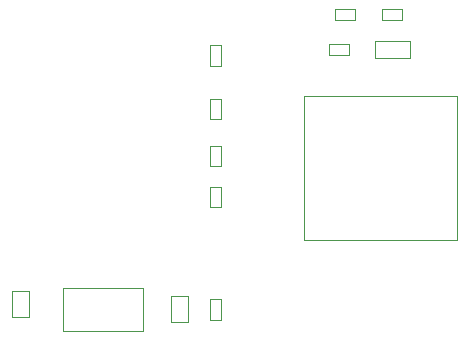
<source format=gbr>
%TF.GenerationSoftware,Altium Limited,Altium Designer,21.2.2 (38)*%
G04 Layer_Color=16777215*
%FSLAX26Y26*%
%MOIN*%
%TF.SameCoordinates,75BC83C2-9D79-468A-8CB9-4745F9D1B378*%
%TF.FilePolarity,Positive*%
%TF.FileFunction,Other,Top_Assembly*%
%TF.Part,Single*%
G01*
G75*
%TA.AperFunction,NonConductor*%
%ADD45C,0.003937*%
D45*
X500984Y-496063D02*
Y-409449D01*
X443898Y-496063D02*
Y-409449D01*
X500984D01*
X443898Y-496063D02*
X500984D01*
X616142Y-545275D02*
X879921D01*
X616142Y-399606D02*
X879921D01*
X616142Y-545275D02*
Y-399606D01*
X879921Y-545275D02*
Y-399606D01*
X1139764Y-505906D02*
Y-438976D01*
X1104331Y-505906D02*
Y-438976D01*
X1139764D01*
X1104331Y-505906D02*
X1139764D01*
X1032480Y-515748D02*
Y-429134D01*
X975394Y-515748D02*
Y-429134D01*
X1032480D01*
X975394Y-515748D02*
X1032480D01*
X1104331Y340551D02*
X1139764D01*
X1104331Y407480D02*
X1139764D01*
X1104331Y340551D02*
Y407480D01*
X1139764Y340551D02*
Y407480D01*
X1501968Y375984D02*
Y411417D01*
X1568898Y375984D02*
Y411417D01*
X1501968D02*
X1568898D01*
X1501968Y375984D02*
X1568898D01*
X1521653Y494094D02*
Y529528D01*
X1588583Y494094D02*
Y529528D01*
X1521653D02*
X1588583D01*
X1521653Y494094D02*
X1588583D01*
X1746063Y494094D02*
Y529528D01*
X1679134Y494094D02*
Y529528D01*
Y494094D02*
X1746063D01*
X1679134Y529528D02*
X1746063D01*
X1104331Y163386D02*
X1139764D01*
X1104331Y230315D02*
X1139764D01*
X1104331Y163386D02*
Y230315D01*
X1139764Y163386D02*
Y230315D01*
X1771653Y366142D02*
Y421260D01*
X1653543Y366142D02*
Y421260D01*
X1771653D01*
X1653543Y366142D02*
X1771653D01*
X1139764Y-131890D02*
Y-64961D01*
X1104331Y-131890D02*
Y-64961D01*
X1139764D01*
X1104331Y-131890D02*
X1139764D01*
X1417323Y-240157D02*
Y240157D01*
X1929134D01*
Y-240157D02*
Y240157D01*
X1417323Y-240157D02*
X1929134D01*
X1104331Y5906D02*
X1139764D01*
X1104331Y72835D02*
X1139764D01*
X1104331Y5906D02*
Y72835D01*
X1139764Y5906D02*
Y72835D01*
%TF.MD5,2b67d7a12b7c97ec87d3c5c440f808b2*%
M02*

</source>
